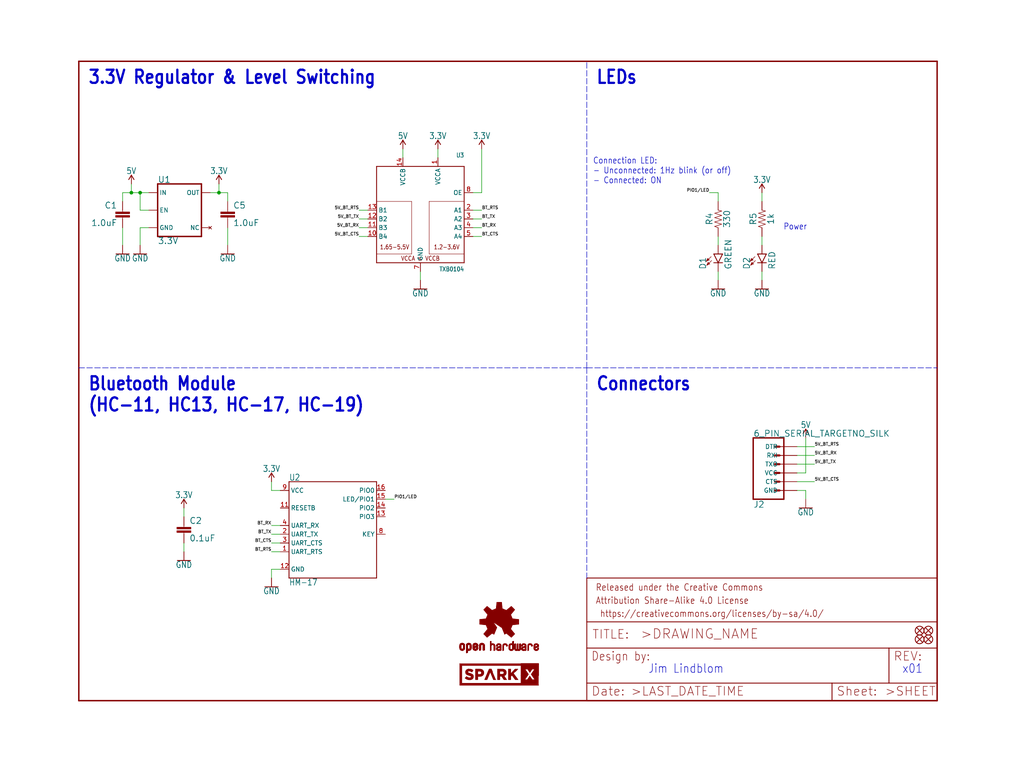
<source format=kicad_sch>
(kicad_sch (version 20211123) (generator eeschema)
  (paper "User" 297.002 223.926)
  (lib_symbols
    (symbol "eagleSchem-eagle-import:0.1UF-0603-25V-(+80{slash}-20%)"
      (property "Reference" "C" (at 1.524 2.921 0))
      (property "Value" "0.1UF-0603-25V-(+80{slash}-20%)" (at 1.524 -2.159 0))
      (symbol "0.1UF-0603-25V-(+80{slash}-20%)_1_0"
        (pin passive line (at 0 5.08 270) (length 2.54) (name "1") (number "1"))
        (pin passive line (at 0 -2.54 90) (length 2.54) (name "2") (number "2"))
      )
    )
    (symbol "eagleSchem-eagle-import:1.0UF-0603-16V-10%"
      (property "Reference" "C" (at 1.524 2.921 0))
      (property "Value" "1.0UF-0603-16V-10%" (at 1.524 -2.159 0))
      (symbol "1.0UF-0603-16V-10%_1_0"
        (pin passive line (at 0 5.08 270) (length 2.54) (name "1") (number "1"))
        (pin passive line (at 0 -2.54 90) (length 2.54) (name "2") (number "2"))
      )
    )
    (symbol "eagleSchem-eagle-import:1KOHM-0603-1{slash}10W-1%"
      (property "Reference" "R" (at 0 1.524 0))
      (property "Value" "1KOHM-0603-1{slash}10W-1%" (at 0 -1.524 0))
      (symbol "1KOHM-0603-1{slash}10W-1%_1_0"
        (pin passive line (at -5.08 0 0) (length 2.54) (name "1") (number "1"))
        (pin passive line (at 5.08 0 180) (length 2.54) (name "2") (number "2"))
      )
    )
    (symbol "eagleSchem-eagle-import:3.3V" (power)
      (property "Value" "3.3V" (at 0 2.794 0))
      (symbol "3.3V_1_0"
        (pin power_in line (at 0 0 90) (length 2.54) (name "3.3V") (number "1"))
      )
    )
    (symbol "eagleSchem-eagle-import:330OHM-0603-1{slash}10W-1%"
      (property "Reference" "R" (at 0 1.524 0))
      (property "Value" "330OHM-0603-1{slash}10W-1%" (at 0 -1.524 0))
      (symbol "330OHM-0603-1{slash}10W-1%_1_0"
        (pin passive line (at -5.08 0 0) (length 2.54) (name "1") (number "1"))
        (pin passive line (at 5.08 0 180) (length 2.54) (name "2") (number "2"))
      )
    )
    (symbol "eagleSchem-eagle-import:5V" (power)
      (property "Value" "5V" (at 0 2.794 0))
      (symbol "5V_1_0"
        (pin power_in line (at 0 0 90) (length 2.54) (name "5V") (number "1"))
      )
    )
    (symbol "eagleSchem-eagle-import:6_PIN_SERIAL_TARGETNO_SILK"
      (property "Reference" "J" (at -7.62 10.668 0))
      (property "Value" "6_PIN_SERIAL_TARGETNO_SILK" (at -7.62 -9.906 0))
      (symbol "6_PIN_SERIAL_TARGETNO_SILK_1_0"
        (pin passive line (at 5.08 -5.08 180) (length 5.08) (name "DTR") (number "1"))
        (pin passive line (at 5.08 -2.54 180) (length 5.08) (name "RXI") (number "2"))
        (pin passive line (at 5.08 0 180) (length 5.08) (name "TXO") (number "3"))
        (pin passive line (at 5.08 2.54 180) (length 5.08) (name "VCC") (number "4"))
        (pin passive line (at 5.08 5.08 180) (length 5.08) (name "CTS") (number "5"))
        (pin passive line (at 5.08 7.62 180) (length 5.08) (name "GND") (number "6"))
      )
    )
    (symbol "eagleSchem-eagle-import:FIDUCIALUFIDUCIAL")
    (symbol "eagleSchem-eagle-import:FRAME-LETTER"
      (symbol "FRAME-LETTER_2_0"
        (text " https://creativecommons.org/licenses/by-sa/4.0/" (at 2.54 24.13 0) (effects (font (size 1.9304 1.6408)) (justify left bottom)))
        (text ">DRAWING_NAME" (at 15.494 17.78 0) (effects (font (size 2.7432 2.7432)) (justify left bottom)))
        (text ">LAST_DATE_TIME" (at 12.7 1.27 0) (effects (font (size 2.54 2.54)) (justify left bottom)))
        (text ">SHEET" (at 86.36 1.27 0) (effects (font (size 2.54 2.54)) (justify left bottom)))
        (text "Attribution Share-Alike 4.0 License" (at 2.54 27.94 0) (effects (font (size 1.9304 1.6408)) (justify left bottom)))
        (text "Date:" (at 1.27 1.27 0) (effects (font (size 2.54 2.54)) (justify left bottom)))
        (text "Design by:" (at 1.27 11.43 0) (effects (font (size 2.54 2.159)) (justify left bottom)))
        (text "Released under the Creative Commons" (at 2.54 31.75 0) (effects (font (size 1.9304 1.6408)) (justify left bottom)))
        (text "REV:" (at 88.9 11.43 0) (effects (font (size 2.54 2.54)) (justify left bottom)))
        (text "Sheet:" (at 72.39 1.27 0) (effects (font (size 2.54 2.54)) (justify left bottom)))
        (text "TITLE:" (at 1.524 17.78 0) (effects (font (size 2.54 2.54)) (justify left bottom)))
      )
    )
    (symbol "eagleSchem-eagle-import:GND" (power)
      (property "Value" "GND" (at 0 -0.254 0))
      (symbol "GND_1_0"
        (pin power_in line (at 0 2.54 270) (length 2.54) (name "GND") (number "1"))
      )
    )
    (symbol "eagleSchem-eagle-import:HM-17"
      (property "Reference" "U" (at -12.7 15.494 0))
      (property "Value" "HM-17" (at -12.7 -12.954 0))
      (symbol "HM-17_1_0"
        (pin bidirectional line (at -15.24 -5.08 0) (length 2.54) (name "UART_RTS") (number "1"))
        (pin bidirectional line (at -15.24 7.62 0) (length 2.54) (name "RESETB") (number "11"))
        (pin bidirectional line (at -15.24 -10.16 0) (length 2.54) (name "GND") (number "12"))
        (pin bidirectional line (at 15.24 5.08 180) (length 2.54) (name "PIO3") (number "13"))
        (pin bidirectional line (at 15.24 7.62 180) (length 2.54) (name "PIO2") (number "14"))
        (pin bidirectional line (at 15.24 10.16 180) (length 2.54) (name "LED/PIO1") (number "15"))
        (pin bidirectional line (at 15.24 12.7 180) (length 2.54) (name "PIO0") (number "16"))
        (pin bidirectional line (at -15.24 0 0) (length 2.54) (name "UART_TX") (number "2"))
        (pin bidirectional line (at -15.24 -2.54 0) (length 2.54) (name "UART_CTS") (number "3"))
        (pin bidirectional line (at -15.24 2.54 0) (length 2.54) (name "UART_RX") (number "4"))
        (pin bidirectional line (at 15.24 0 180) (length 2.54) (name "KEY") (number "8"))
        (pin bidirectional line (at -15.24 12.7 0) (length 2.54) (name "VCC") (number "9"))
      )
    )
    (symbol "eagleSchem-eagle-import:LED-GREEN0603"
      (property "Reference" "D" (at -3.429 -4.572 90))
      (property "Value" "LED-GREEN0603" (at 1.905 -4.572 90))
      (symbol "LED-GREEN0603_1_0"
        (pin passive line (at 0 2.54 270) (length 2.54) (name "A") (number "A"))
        (pin passive line (at 0 -5.08 90) (length 2.54) (name "C") (number "C"))
      )
    )
    (symbol "eagleSchem-eagle-import:LED-RED0603"
      (property "Reference" "D" (at -3.429 -4.572 90))
      (property "Value" "LED-RED0603" (at 1.905 -4.572 90))
      (symbol "LED-RED0603_1_0"
        (pin passive line (at 0 2.54 270) (length 2.54) (name "A") (number "A"))
        (pin passive line (at 0 -5.08 90) (length 2.54) (name "C") (number "C"))
      )
    )
    (symbol "eagleSchem-eagle-import:OSHW-LOGOMINI")
    (symbol "eagleSchem-eagle-import:SPARKX-LOGO5")
    (symbol "eagleSchem-eagle-import:TXB0104PWR"
      (property "Reference" "U" (at -12.7 17.78 0))
      (property "Value" "TXB0104PWR" (at -12.7 -15.24 0))
      (symbol "TXB0104PWR_1_0"
        (text "1.2-3.6V" (at -11.43 -8.89 0) (effects (font (size 1.27 1.0795)) (justify left bottom)))
        (text "1.65-5.5V" (at 3.175 -8.89 0) (effects (font (size 1.27 1.0795)) (justify left bottom)))
        (text "VCCA ≤ VCCB" (at 0 -12.192 0) (effects (font (size 1.27 1.0795)) (justify bottom)))
        (pin bidirectional line (at -5.08 17.78 270) (length 2.54) (name "VCCA") (number "1"))
        (pin bidirectional line (at 15.24 -5.08 180) (length 2.54) (name "B4") (number "10"))
        (pin bidirectional line (at 15.24 -2.54 180) (length 2.54) (name "B3") (number "11"))
        (pin bidirectional line (at 15.24 0 180) (length 2.54) (name "B2") (number "12"))
        (pin bidirectional line (at 15.24 2.54 180) (length 2.54) (name "B1") (number "13"))
        (pin bidirectional line (at 5.08 17.78 270) (length 2.54) (name "VCCB") (number "14"))
        (pin bidirectional line (at -15.24 2.54 0) (length 2.54) (name "A1") (number "2"))
        (pin bidirectional line (at -15.24 0 0) (length 2.54) (name "A2") (number "3"))
        (pin bidirectional line (at -15.24 -2.54 0) (length 2.54) (name "A3") (number "4"))
        (pin bidirectional line (at -15.24 -5.08 0) (length 2.54) (name "A4") (number "5"))
        (pin bidirectional line (at 0 -15.24 90) (length 2.54) (name "GND") (number "7"))
        (pin bidirectional line (at -15.24 7.62 0) (length 2.54) (name "OE") (number "8"))
      )
    )
    (symbol "eagleSchem-eagle-import:V_REG_AP2112K-3.3V"
      (property "Reference" "U" (at -7.62 7.874 0))
      (property "Value" "V_REG_AP2112K-3.3V" (at -7.62 -7.874 0))
      (symbol "V_REG_AP2112K-3.3V_1_0"
        (pin input line (at -10.16 5.08 0) (length 2.54) (name "IN") (number "1"))
        (pin input line (at -10.16 -5.08 0) (length 2.54) (name "GND") (number "2"))
        (pin input line (at -10.16 0 0) (length 2.54) (name "EN") (number "3"))
        (pin no_connect line (at 7.62 -5.08 180) (length 2.54) (name "NC") (number "4"))
        (pin passive line (at 7.62 5.08 180) (length 2.54) (name "OUT") (number "5"))
      )
    )
  )
  (junction (at 63.5 55.88))
  (junction (at 40.64 55.88))
  (junction (at 38.1 55.88))
  (wire (pts (xy 137.16 63.5) (xy 139.7 63.5)))
  (wire (pts (xy 66.04 71.12) (xy 66.04 66.04)))
  (wire (pts (xy 220.98 81.28) (xy 220.98 78.74)))
  (wire (pts (xy 137.16 55.88) (xy 139.7 55.88)))
  (wire (pts (xy 78.74 165.1) (xy 78.74 167.64)))
  (wire (pts (xy 60.96 55.88) (xy 63.5 55.88)))
  (wire (pts (xy 220.98 71.12) (xy 220.98 68.58)))
  (wire (pts (xy 53.34 147.32) (xy 53.34 149.86)))
  (wire (pts (xy 106.68 60.96) (xy 104.14 60.96)))
  (wire (pts (xy 231.14 137.16) (xy 233.68 137.16)))
  (wire (pts (xy 81.28 152.4) (xy 78.74 152.4)))
  (wire (pts (xy 81.28 154.94) (xy 78.74 154.94)))
  (wire (pts (xy 40.64 55.88) (xy 38.1 55.88)))
  (wire (pts (xy 43.18 60.96) (xy 40.64 60.96)))
  (wire (pts (xy 137.16 60.96) (xy 139.7 60.96)))
  (wire (pts (xy 40.64 55.88) (xy 43.18 55.88)))
  (wire (pts (xy 231.14 132.08) (xy 236.22 132.08)))
  (wire (pts (xy 40.64 60.96) (xy 40.64 55.88)))
  (wire (pts (xy 81.28 142.24) (xy 78.74 142.24)))
  (wire (pts (xy 53.34 160.02) (xy 53.34 157.48)))
  (wire (pts (xy 220.98 58.42) (xy 220.98 55.88)))
  (wire (pts (xy 121.92 81.28) (xy 121.92 78.74)))
  (polyline (pts (xy 170.18 106.68) (xy 271.78 106.68)))
  (wire (pts (xy 78.74 142.24) (xy 78.74 139.7)))
  (wire (pts (xy 208.28 58.42) (xy 208.28 55.88)))
  (wire (pts (xy 208.28 71.12) (xy 208.28 68.58)))
  (wire (pts (xy 81.28 165.1) (xy 78.74 165.1)))
  (wire (pts (xy 233.68 142.24) (xy 233.68 144.78)))
  (wire (pts (xy 139.7 55.88) (xy 139.7 43.18)))
  (wire (pts (xy 38.1 55.88) (xy 38.1 53.34)))
  (wire (pts (xy 231.14 139.7) (xy 236.22 139.7)))
  (wire (pts (xy 231.14 129.54) (xy 236.22 129.54)))
  (wire (pts (xy 137.16 68.58) (xy 139.7 68.58)))
  (wire (pts (xy 106.68 66.04) (xy 104.14 66.04)))
  (wire (pts (xy 40.64 66.04) (xy 40.64 71.12)))
  (wire (pts (xy 116.84 45.72) (xy 116.84 43.18)))
  (wire (pts (xy 43.18 66.04) (xy 40.64 66.04)))
  (wire (pts (xy 81.28 160.02) (xy 78.74 160.02)))
  (wire (pts (xy 35.56 55.88) (xy 35.56 58.42)))
  (wire (pts (xy 137.16 66.04) (xy 139.7 66.04)))
  (wire (pts (xy 208.28 55.88) (xy 205.74 55.88)))
  (wire (pts (xy 81.28 157.48) (xy 78.74 157.48)))
  (wire (pts (xy 106.68 63.5) (xy 104.14 63.5)))
  (wire (pts (xy 35.56 71.12) (xy 35.56 66.04)))
  (wire (pts (xy 63.5 55.88) (xy 63.5 53.34)))
  (wire (pts (xy 111.76 144.78) (xy 114.3 144.78)))
  (polyline (pts (xy 170.18 106.68) (xy 170.18 17.78)))
  (wire (pts (xy 38.1 55.88) (xy 35.56 55.88)))
  (wire (pts (xy 208.28 81.28) (xy 208.28 78.74)))
  (wire (pts (xy 63.5 55.88) (xy 66.04 55.88)))
  (wire (pts (xy 231.14 142.24) (xy 233.68 142.24)))
  (wire (pts (xy 106.68 68.58) (xy 104.14 68.58)))
  (polyline (pts (xy 170.18 106.68) (xy 170.18 167.64)))
  (polyline (pts (xy 22.86 106.68) (xy 170.18 106.68)))
  (wire (pts (xy 233.68 137.16) (xy 233.68 127)))
  (wire (pts (xy 231.14 134.62) (xy 236.22 134.62)))
  (wire (pts (xy 66.04 55.88) (xy 66.04 58.42)))
  (wire (pts (xy 127 43.18) (xy 127 45.72)))
  (text "LEDs" (at 172.72 20.32 180) (effects (font (size 3.81 3.2385) (thickness 0.6477) bold) (justify left top)))
  (text "Bluetooth Module\n(HC-11, HC13, HC-17, HC-19)" (at 25.4 109.22 180) (effects (font (size 3.81 3.2385) (thickness 0.6477) bold) (justify left top)))
  (text "Connection LED:\n- Unconnected: 1Hz blink (or off)\n- Connected: ON" (at 171.958 45.72 180) (effects (font (size 1.778 1.5113)) (justify left top)))
  (text "x01" (at 261.62 195.58 180) (effects (font (size 2.54 2.159)) (justify left bottom)))
  (text "Connectors" (at 172.72 109.22 180) (effects (font (size 3.81 3.2385) (thickness 0.6477) bold) (justify left top)))
  (text "Power" (at 227.203 66.929 180) (effects (font (size 1.778 1.5113)) (justify left bottom)))
  (text "Jim Lindblom" (at 187.96 195.58 180) (effects (font (size 2.54 2.159)) (justify left bottom)))
  (text "3.3V Regulator & Level Switching" (at 25.4 20.32 180) (effects (font (size 3.81 3.2385) (thickness 0.6477) bold) (justify left top)))
  (label "PIO1/LED" (at 114.3 144.78 0) (effects (font (size 0.889 0.889))))
  (label "5V_BT_TX" (at 236.22 134.62 0) (effects (font (size 0.889 0.889))))
  (label "5V_BT_RX" (at 104.14 66.04 180) (effects (font (size 0.889 0.889))))
  (label "BT_CTS" (at 78.74 157.48 180) (effects (font (size 0.889 0.889))))
  (label "BT_TX" (at 78.74 154.94 180) (effects (font (size 0.889 0.889))))
  (label "BT_CTS" (at 139.7 68.58 0) (effects (font (size 0.889 0.889))))
  (label "BT_RTS" (at 139.7 60.96 0) (effects (font (size 0.889 0.889))))
  (label "BT_RX" (at 139.7 66.04 0) (effects (font (size 0.889 0.889))))
  (label "PIO1/LED" (at 205.74 55.88 180) (effects (font (size 0.889 0.889))))
  (label "5V_BT_RTS" (at 104.14 60.96 180) (effects (font (size 0.889 0.889))))
  (label "BT_TX" (at 139.7 63.5 0) (effects (font (size 0.889 0.889))))
  (label "5V_BT_CTS" (at 104.14 68.58 180) (effects (font (size 0.889 0.889))))
  (label "5V_BT_TX" (at 104.14 63.5 180) (effects (font (size 0.889 0.889))))
  (label "5V_BT_CTS" (at 236.22 139.7 0) (effects (font (size 0.889 0.889))))
  (label "5V_BT_RX" (at 236.22 132.08 0) (effects (font (size 0.889 0.889))))
  (label "BT_RX" (at 78.74 152.4 180) (effects (font (size 0.889 0.889))))
  (label "BT_RTS" (at 78.74 160.02 180) (effects (font (size 0.889 0.889))))
  (label "5V_BT_RTS" (at 236.22 129.54 0) (effects (font (size 0.889 0.889))))
  (symbol (lib_id "eagleSchem-eagle-import:SPARKX-LOGO5") (at 144.78 195.58 0) (unit 1)
    (property "Reference" "LOGO3" (effects hide))
    (property "Value" "SPARKX-LOGO5" (effects hide))
    (property "Footprint" "eagleSchem:SPARKX-LARGE" (effects hide))
  )
  (symbol (lib_id "eagleSchem-eagle-import:3.3V") (at 127 43.18 0) (unit 1)
    (property "Reference" "#SUPPLY16" (effects hide))
    (property "Value" "3.3V" (at 127 40.386 0) (effects (font (size 1.778 1.5113)) (justify bottom)))
    (property "Footprint" "eagleSchem:" (effects hide))
  )
  (symbol (lib_id "eagleSchem-eagle-import:5V") (at 233.68 127 0) (unit 1)
    (property "Reference" "#SUPPLY11" (effects hide))
    (property "Value" "5V" (at 233.68 124.206 0) (effects (font (size 1.778 1.5113)) (justify bottom)))
    (property "Footprint" "eagleSchem:" (effects hide))
  )
  (symbol (lib_id "eagleSchem-eagle-import:V_REG_AP2112K-3.3V") (at 53.34 60.96 0) (unit 1)
    (property "Reference" "U1" (at 45.72 53.086 0) (effects (font (size 1.778 1.778)) (justify left bottom)))
    (property "Value" "3.3V" (at 45.72 68.834 0) (effects (font (size 1.778 1.778)) (justify left top)))
    (property "Footprint" "eagleSchem:SOT23-5" (effects hide))
  )
  (symbol (lib_id "eagleSchem-eagle-import:GND") (at 35.56 73.66 0) (unit 1)
    (property "Reference" "#GND2" (effects hide))
    (property "Value" "GND" (at 35.56 73.914 0) (effects (font (size 1.778 1.5113)) (justify top)))
    (property "Footprint" "eagleSchem:" (effects hide))
  )
  (symbol (lib_id "eagleSchem-eagle-import:GND") (at 40.64 73.66 0) (unit 1)
    (property "Reference" "#GND1" (effects hide))
    (property "Value" "GND" (at 40.64 73.914 0) (effects (font (size 1.778 1.5113)) (justify top)))
    (property "Footprint" "eagleSchem:" (effects hide))
  )
  (symbol (lib_id "eagleSchem-eagle-import:GND") (at 220.98 83.82 0) (unit 1)
    (property "Reference" "#GND10" (effects hide))
    (property "Value" "GND" (at 220.98 84.074 0) (effects (font (size 1.778 1.5113)) (justify top)))
    (property "Footprint" "eagleSchem:" (effects hide))
  )
  (symbol (lib_id "eagleSchem-eagle-import:5V") (at 116.84 43.18 0) (mirror y) (unit 1)
    (property "Reference" "#SUPPLY3" (effects hide))
    (property "Value" "5V" (at 116.84 40.386 0) (effects (font (size 1.778 1.5113)) (justify bottom)))
    (property "Footprint" "eagleSchem:" (effects hide))
  )
  (symbol (lib_id "eagleSchem-eagle-import:LED-GREEN0603") (at 208.28 73.66 0) (unit 1)
    (property "Reference" "D1" (at 204.851 78.232 90) (effects (font (size 1.778 1.778)) (justify left bottom)))
    (property "Value" "GREEN" (at 210.185 78.232 90) (effects (font (size 1.778 1.778)) (justify left top)))
    (property "Footprint" "eagleSchem:LED-0603" (effects hide))
  )
  (symbol (lib_id "eagleSchem-eagle-import:GND") (at 78.74 170.18 0) (unit 1)
    (property "Reference" "#GND6" (effects hide))
    (property "Value" "GND" (at 78.74 170.434 0) (effects (font (size 1.778 1.5113)) (justify top)))
    (property "Footprint" "eagleSchem:" (effects hide))
  )
  (symbol (lib_id "eagleSchem-eagle-import:0.1UF-0603-25V-(+80{slash}-20%)") (at 53.34 154.94 0) (unit 1)
    (property "Reference" "C2" (at 54.864 152.019 0) (effects (font (size 1.778 1.778)) (justify left bottom)))
    (property "Value" "0.1uF" (at 54.864 157.099 0) (effects (font (size 1.778 1.778)) (justify left bottom)))
    (property "Footprint" "eagleSchem:0603" (effects hide))
  )
  (symbol (lib_id "eagleSchem-eagle-import:1.0UF-0603-16V-10%") (at 66.04 63.5 0) (unit 1)
    (property "Reference" "C5" (at 67.564 60.579 0) (effects (font (size 1.778 1.778)) (justify left bottom)))
    (property "Value" "1.0uF" (at 67.564 65.659 0) (effects (font (size 1.778 1.778)) (justify left bottom)))
    (property "Footprint" "eagleSchem:0603" (effects hide))
  )
  (symbol (lib_id "eagleSchem-eagle-import:6_PIN_SERIAL_TARGETNO_SILK") (at 226.06 134.62 0) (mirror x) (unit 1)
    (property "Reference" "J2" (at 218.44 145.288 0) (effects (font (size 1.778 1.778)) (justify left bottom)))
    (property "Value" "6_PIN_SERIAL_TARGETNO_SILK" (at 218.44 124.714 0) (effects (font (size 1.778 1.778)) (justify left bottom)))
    (property "Footprint" "eagleSchem:1X06_NO_SILK" (effects hide))
  )
  (symbol (lib_id "eagleSchem-eagle-import:GND") (at 208.28 83.82 0) (unit 1)
    (property "Reference" "#GND9" (effects hide))
    (property "Value" "GND" (at 208.28 84.074 0) (effects (font (size 1.778 1.5113)) (justify top)))
    (property "Footprint" "eagleSchem:" (effects hide))
  )
  (symbol (lib_id "eagleSchem-eagle-import:LED-RED0603") (at 220.98 73.66 0) (unit 1)
    (property "Reference" "D2" (at 217.551 78.232 90) (effects (font (size 1.778 1.778)) (justify left bottom)))
    (property "Value" "RED" (at 222.885 78.232 90) (effects (font (size 1.778 1.778)) (justify left top)))
    (property "Footprint" "eagleSchem:LED-0603" (effects hide))
  )
  (symbol (lib_id "eagleSchem-eagle-import:5V") (at 38.1 53.34 0) (unit 1)
    (property "Reference" "#SUPPLY2" (effects hide))
    (property "Value" "5V" (at 38.1 50.546 0) (effects (font (size 1.778 1.5113)) (justify bottom)))
    (property "Footprint" "eagleSchem:" (effects hide))
  )
  (symbol (lib_id "eagleSchem-eagle-import:3.3V") (at 53.34 147.32 0) (unit 1)
    (property "Reference" "#SUPPLY4" (effects hide))
    (property "Value" "3.3V" (at 53.34 144.526 0) (effects (font (size 1.778 1.5113)) (justify bottom)))
    (property "Footprint" "eagleSchem:" (effects hide))
  )
  (symbol (lib_id "eagleSchem-eagle-import:TXB0104PWR") (at 121.92 63.5 0) (mirror y) (unit 1)
    (property "Reference" "U3" (at 134.62 45.72 0) (effects (font (size 1.27 1.0795)) (justify left bottom)))
    (property "Value" "TXB0104" (at 134.62 78.74 0) (effects (font (size 1.27 1.0795)) (justify left bottom)))
    (property "Footprint" "eagleSchem:TSSOP14" (effects hide))
  )
  (symbol (lib_id "eagleSchem-eagle-import:GND") (at 233.68 147.32 0) (unit 1)
    (property "Reference" "#GND8" (effects hide))
    (property "Value" "GND" (at 233.68 147.574 0) (effects (font (size 1.778 1.5113)) (justify top)))
    (property "Footprint" "eagleSchem:" (effects hide))
  )
  (symbol (lib_id "eagleSchem-eagle-import:GND") (at 121.92 83.82 0) (mirror y) (unit 1)
    (property "Reference" "#GND4" (effects hide))
    (property "Value" "GND" (at 121.92 84.074 0) (effects (font (size 1.778 1.5113)) (justify top)))
    (property "Footprint" "eagleSchem:" (effects hide))
  )
  (symbol (lib_id "eagleSchem-eagle-import:FIDUCIALUFIDUCIAL") (at 269.24 182.88 0) (unit 1)
    (property "Reference" "FD2" (effects hide))
    (property "Value" "FIDUCIALUFIDUCIAL" (effects hide))
    (property "Footprint" "eagleSchem:FIDUCIAL-MICRO" (effects hide))
  )
  (symbol (lib_id "eagleSchem-eagle-import:FIDUCIALUFIDUCIAL") (at 266.7 185.42 0) (unit 1)
    (property "Reference" "FD4" (effects hide))
    (property "Value" "FIDUCIALUFIDUCIAL" (effects hide))
    (property "Footprint" "eagleSchem:FIDUCIAL-MICRO" (effects hide))
  )
  (symbol (lib_id "eagleSchem-eagle-import:3.3V") (at 63.5 53.34 0) (unit 1)
    (property "Reference" "#SUPPLY1" (effects hide))
    (property "Value" "3.3V" (at 63.5 50.546 0) (effects (font (size 1.778 1.5113)) (justify bottom)))
    (property "Footprint" "eagleSchem:" (effects hide))
  )
  (symbol (lib_id "eagleSchem-eagle-import:FIDUCIALUFIDUCIAL") (at 269.24 185.42 0) (unit 1)
    (property "Reference" "FD1" (effects hide))
    (property "Value" "FIDUCIALUFIDUCIAL" (effects hide))
    (property "Footprint" "eagleSchem:FIDUCIAL-MICRO" (effects hide))
  )
  (symbol (lib_id "eagleSchem-eagle-import:GND") (at 66.04 73.66 0) (unit 1)
    (property "Reference" "#GND7" (effects hide))
    (property "Value" "GND" (at 66.04 73.914 0) (effects (font (size 1.778 1.5113)) (justify top)))
    (property "Footprint" "eagleSchem:" (effects hide))
  )
  (symbol (lib_id "eagleSchem-eagle-import:GND") (at 53.34 162.56 0) (unit 1)
    (property "Reference" "#GND5" (effects hide))
    (property "Value" "GND" (at 53.34 162.814 0) (effects (font (size 1.778 1.5113)) (justify top)))
    (property "Footprint" "eagleSchem:" (effects hide))
  )
  (symbol (lib_id "eagleSchem-eagle-import:FIDUCIALUFIDUCIAL") (at 266.7 182.88 0) (unit 1)
    (property "Reference" "FD3" (effects hide))
    (property "Value" "FIDUCIALUFIDUCIAL" (effects hide))
    (property "Footprint" "eagleSchem:FIDUCIAL-MICRO" (effects hide))
  )
  (symbol (lib_id "eagleSchem-eagle-import:1KOHM-0603-1{slash}10W-1%") (at 220.98 63.5 90) (unit 1)
    (property "Reference" "R5" (at 219.456 63.5 0) (effects (font (size 1.778 1.778)) (justify bottom)))
    (property "Value" "1k" (at 222.504 63.5 0) (effects (font (size 1.778 1.778)) (justify top)))
    (property "Footprint" "eagleSchem:0603" (effects hide))
  )
  (symbol (lib_id "eagleSchem-eagle-import:3.3V") (at 139.7 43.18 0) (unit 1)
    (property "Reference" "#SUPPLY17" (effects hide))
    (property "Value" "3.3V" (at 139.7 40.386 0) (effects (font (size 1.778 1.5113)) (justify bottom)))
    (property "Footprint" "eagleSchem:" (effects hide))
  )
  (symbol (lib_id "eagleSchem-eagle-import:1.0UF-0603-16V-10%") (at 35.56 63.5 0) (mirror y) (unit 1)
    (property "Reference" "C1" (at 34.036 60.579 0) (effects (font (size 1.778 1.778)) (justify left bottom)))
    (property "Value" "1.0uF" (at 34.036 65.659 0) (effects (font (size 1.778 1.778)) (justify left bottom)))
    (property "Footprint" "eagleSchem:0603" (effects hide))
  )
  (symbol (lib_id "eagleSchem-eagle-import:HM-17") (at 96.52 154.94 0) (unit 1)
    (property "Reference" "U2" (at 83.82 139.446 0) (effects (font (size 1.778 1.5113)) (justify left bottom)))
    (property "Value" "HM-17" (at 83.82 167.894 0) (effects (font (size 1.778 1.5113)) (justify left top)))
    (property "Footprint" "eagleSchem:HM-11" (effects hide))
  )
  (symbol (lib_id "eagleSchem-eagle-import:FRAME-LETTER") (at 170.18 203.2 0) (unit 2)
    (property "Reference" "FRAME1" (effects hide))
    (property "Value" "FRAME-LETTER" (effects hide))
    (property "Footprint" "eagleSchem:CREATIVE_COMMONS" (effects hide))
  )
  (symbol (lib_id "eagleSchem-eagle-import:FRAME-LETTER") (at 22.86 203.2 0) (unit 1)
    (property "Reference" "FRAME1" (effects hide))
    (property "Value" "FRAME-LETTER" (effects hide))
    (property "Footprint" "eagleSchem:CREATIVE_COMMONS" (effects hide))
  )
  (symbol (lib_id "eagleSchem-eagle-import:3.3V") (at 220.98 55.88 0) (unit 1)
    (property "Reference" "#SUPPLY9" (effects hide))
    (property "Value" "3.3V" (at 220.98 53.086 0) (effects (font (size 1.778 1.5113)) (justify bottom)))
    (property "Footprint" "eagleSchem:" (effects hide))
  )
  (symbol (lib_id "eagleSchem-eagle-import:OSHW-LOGOMINI") (at 144.78 180.34 0) (unit 1)
    (property "Reference" "LOGO1" (effects hide))
    (property "Value" "OSHW-LOGOMINI" (effects hide))
    (property "Footprint" "eagleSchem:OSHW-LOGO-MINI" (effects hide))
  )
  (symbol (lib_id "eagleSchem-eagle-import:330OHM-0603-1{slash}10W-1%") (at 208.28 63.5 90) (unit 1)
    (property "Reference" "R4" (at 206.756 63.5 0) (effects (font (size 1.778 1.778)) (justify bottom)))
    (property "Value" "330" (at 209.804 63.5 0) (effects (font (size 1.778 1.778)) (justify top)))
    (property "Footprint" "eagleSchem:0603" (effects hide))
  )
  (symbol (lib_id "eagleSchem-eagle-import:3.3V") (at 78.74 139.7 0) (unit 1)
    (property "Reference" "#SUPPLY5" (effects hide))
    (property "Value" "3.3V" (at 78.74 136.906 0) (effects (font (size 1.778 1.5113)) (justify bottom)))
    (property "Footprint" "eagleSchem:" (effects hide))
  )
)
</source>
